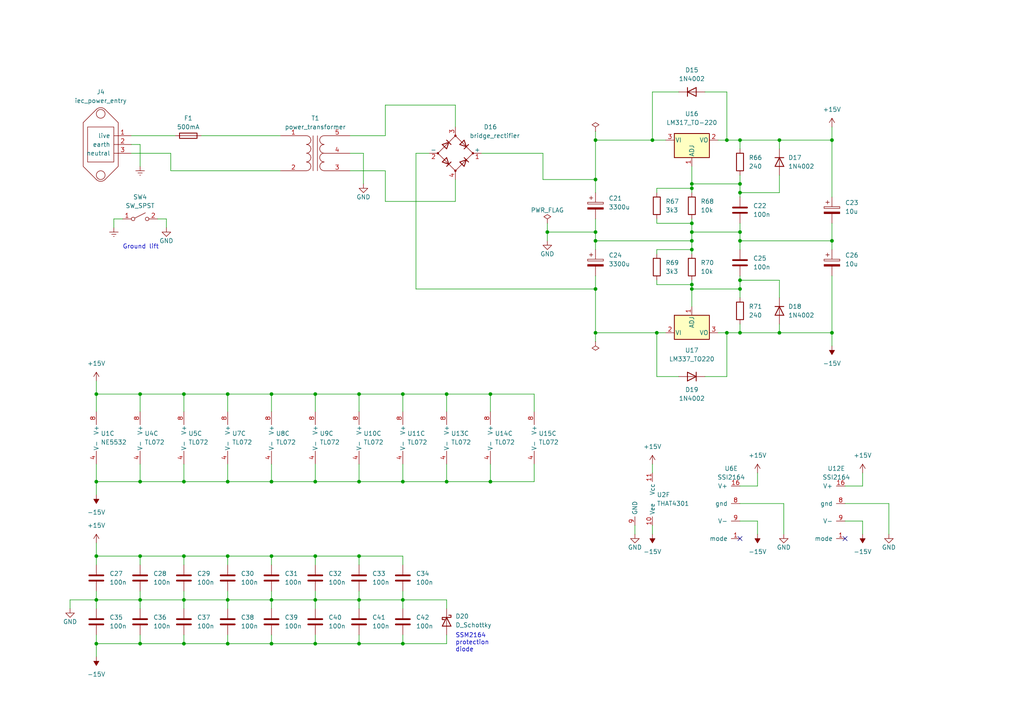
<source format=kicad_sch>
(kicad_sch (version 20211123) (generator eeschema)
  (paper "A4")
  (title_block (title "Wiggly EQ") (date "2022-08-01") (rev "0") (comment 2 "creativecommons.org/licenses/by/4.0") (comment 3 "License: CC by 4.0") (comment 4 "Author: Jordan Aceto"))
  (lib_symbols
    (symbol "Amplifier_Operational:NE5532" (pin_names (offset 0.127))
      (property "Reference" "U" (at 0 5.08 0))
      (property "Value" "NE5532" (at 0 -5.08 0))
      (symbol "NE5532_1_1"
        (polyline (pts (xy -5.08 5.08) (xy 5.08 0) (xy -5.08 -5.08) (xy -5.08 5.08)) (stroke (width 0.254)) (fill (type background)))
        (pin output line (at 7.62 0 180) (length 2.54) (name "~") (number "1"))
        (pin input line (at -7.62 -2.54 0) (length 2.54) (name "-") (number "2"))
        (pin input line (at -7.62 2.54 0) (length 2.54) (name "+") (number "3"))
      )
      (symbol "NE5532_2_1"
        (polyline (pts (xy -5.08 5.08) (xy 5.08 0) (xy -5.08 -5.08) (xy -5.08 5.08)) (stroke (width 0.254)) (fill (type background)))
        (pin input line (at -7.62 2.54 0) (length 2.54) (name "+") (number "5"))
        (pin input line (at -7.62 -2.54 0) (length 2.54) (name "-") (number "6"))
        (pin output line (at 7.62 0 180) (length 2.54) (name "~") (number "7"))
      )
      (symbol "NE5532_3_1"
        (pin power_in line (at -2.54 -7.62 90) (length 3.81) (name "V-") (number "4"))
        (pin power_in line (at -2.54 7.62 270) (length 3.81) (name "V+") (number "8"))
      )
    )
    (symbol "Amplifier_Operational:TL072" (pin_names (offset 0.127))
      (property "Reference" "U" (at 0 5.08 0))
      (property "Value" "TL072" (at 0 -5.08 0))
      (symbol "TL072_1_1"
        (polyline (pts (xy -5.08 5.08) (xy 5.08 0) (xy -5.08 -5.08) (xy -5.08 5.08)) (stroke (width 0.254)) (fill (type background)))
        (pin output line (at 7.62 0 180) (length 2.54) (name "~") (number "1"))
        (pin input line (at -7.62 -2.54 0) (length 2.54) (name "-") (number "2"))
        (pin input line (at -7.62 2.54 0) (length 2.54) (name "+") (number "3"))
      )
      (symbol "TL072_2_1"
        (polyline (pts (xy -5.08 5.08) (xy 5.08 0) (xy -5.08 -5.08) (xy -5.08 5.08)) (stroke (width 0.254)) (fill (type background)))
        (pin input line (at -7.62 2.54 0) (length 2.54) (name "+") (number "5"))
        (pin input line (at -7.62 -2.54 0) (length 2.54) (name "-") (number "6"))
        (pin output line (at 7.62 0 180) (length 2.54) (name "~") (number "7"))
      )
      (symbol "TL072_3_1"
        (pin power_in line (at -2.54 -7.62 90) (length 3.81) (name "V-") (number "4"))
        (pin power_in line (at -2.54 7.62 270) (length 3.81) (name "V+") (number "8"))
      )
    )
    (symbol "Device:C" (pin_numbers hide) (pin_names (offset 0.254))
      (property "Reference" "C" (at 0.635 2.54 0))
      (property "Value" "C" (at 0.635 -2.54 0))
      (symbol "C_0_1"
        (polyline (pts (xy -2.032 -0.762) (xy 2.032 -0.762)) (stroke (width 0.508)))
        (polyline (pts (xy -2.032 0.762) (xy 2.032 0.762)) (stroke (width 0.508)))
      )
      (symbol "C_1_1"
        (pin passive line (at 0 3.81 270) (length 2.794) (name "~") (number "1"))
        (pin passive line (at 0 -3.81 90) (length 2.794) (name "~") (number "2"))
      )
    )
    (symbol "Device:C_Polarized" (pin_numbers hide) (pin_names (offset 0.254))
      (property "Reference" "C" (at 0.635 2.54 0))
      (property "Value" "C_Polarized" (at 0.635 -2.54 0))
      (symbol "C_Polarized_0_1"
        (rectangle (start -2.286 0.508) (end 2.286 1.016))
        (polyline (pts (xy -1.778 2.286) (xy -0.762 2.286)))
        (polyline (pts (xy -1.27 2.794) (xy -1.27 1.778)))
        (rectangle (start 2.286 -0.508) (end -2.286 -1.016) (fill (type outline)))
      )
      (symbol "C_Polarized_1_1"
        (pin passive line (at 0 3.81 270) (length 2.794) (name "~") (number "1"))
        (pin passive line (at 0 -3.81 90) (length 2.794) (name "~") (number "2"))
      )
    )
    (symbol "Device:D_Bridge_+-AA" (pin_names (offset 0))
      (property "Reference" "D" (at 2.54 6.985 0))
      (property "Value" "D_Bridge_+-AA" (at 2.54 5.08 0))
      (symbol "D_Bridge_+-AA_0_1"
        (circle (center -5.08 0) (radius 0.254) (fill (type outline)))
        (circle (center 0 -5.08) (radius 0.254) (fill (type outline)))
        (polyline (pts (xy -2.54 3.81) (xy -1.27 2.54)) (stroke (width 0.254)))
        (polyline (pts (xy -1.27 -2.54) (xy -2.54 -3.81)) (stroke (width 0.254)))
        (polyline (pts (xy 2.54 -1.27) (xy 3.81 -2.54)) (stroke (width 0.254)))
        (polyline (pts (xy 2.54 1.27) (xy 3.81 2.54)) (stroke (width 0.254)))
        (polyline (pts (xy -3.81 2.54) (xy -2.54 1.27) (xy -1.905 3.175) (xy -3.81 2.54)) (stroke (width 0.254)))
        (polyline (pts (xy -2.54 -1.27) (xy -3.81 -2.54) (xy -1.905 -3.175) (xy -2.54 -1.27)) (stroke (width 0.254)))
        (polyline (pts (xy 1.27 2.54) (xy 2.54 3.81) (xy 3.175 1.905) (xy 1.27 2.54)) (stroke (width 0.254)))
        (polyline (pts (xy 3.175 -1.905) (xy 1.27 -2.54) (xy 2.54 -3.81) (xy 3.175 -1.905)) (stroke (width 0.254)))
        (polyline (pts (xy -5.08 0) (xy 0 -5.08) (xy 5.08 0) (xy 0 5.08) (xy -5.08 0)))
        (circle (center 0 5.08) (radius 0.254) (fill (type outline)))
        (circle (center 5.08 0) (radius 0.254) (fill (type outline)))
      )
      (symbol "D_Bridge_+-AA_1_1"
        (pin passive line (at 7.62 0 180) (length 2.54) (name "+") (number "1"))
        (pin passive line (at -7.62 0 0) (length 2.54) (name "-") (number "2"))
        (pin passive line (at 0 7.62 270) (length 2.54) (name "~") (number "3"))
        (pin passive line (at 0 -7.62 90) (length 2.54) (name "~") (number "4"))
      )
    )
    (symbol "Device:D_Schottky" (pin_numbers hide) (pin_names (offset 1.016) hide)
      (property "Reference" "D" (at 0 2.54 0))
      (property "Value" "D_Schottky" (at 0 -2.54 0))
      (symbol "D_Schottky_0_1"
        (polyline (pts (xy 1.27 0) (xy -1.27 0)))
        (polyline (pts (xy 1.27 1.27) (xy 1.27 -1.27) (xy -1.27 0) (xy 1.27 1.27)) (stroke (width 0.254)))
        (polyline (pts (xy -1.905 0.635) (xy -1.905 1.27) (xy -1.27 1.27) (xy -1.27 -1.27) (xy -0.635 -1.27) (xy -0.635 -0.635)) (stroke (width 0.254)))
      )
      (symbol "D_Schottky_1_1"
        (pin passive line (at -3.81 0 0) (length 2.54) (name "K") (number "1"))
        (pin passive line (at 3.81 0 180) (length 2.54) (name "A") (number "2"))
      )
    )
    (symbol "Device:Fuse" (pin_numbers hide) (pin_names (offset 0))
      (property "Reference" "F" (at 2.032 0 90))
      (property "Value" "Fuse" (at -1.905 0 90))
      (symbol "Fuse_0_1"
        (rectangle (start -0.762 -2.54) (end 0.762 2.54) (stroke (width 0.254)))
        (polyline (pts (xy 0 2.54) (xy 0 -2.54)))
      )
      (symbol "Fuse_1_1"
        (pin passive line (at 0 3.81 270) (length 1.27) (name "~") (number "1"))
        (pin passive line (at 0 -3.81 90) (length 1.27) (name "~") (number "2"))
      )
    )
    (symbol "Device:R" (pin_numbers hide) (pin_names (offset 0))
      (property "Reference" "R" (at 2.032 0 90))
      (property "Value" "R" (at 0 0 90))
      (symbol "R_0_1"
        (rectangle (start -1.016 -2.54) (end 1.016 2.54) (stroke (width 0.254)))
      )
      (symbol "R_1_1"
        (pin passive line (at 0 3.81 270) (length 1.27) (name "~") (number "1"))
        (pin passive line (at 0 -3.81 90) (length 1.27) (name "~") (number "2"))
      )
    )
    (symbol "Device:Transformer_1P_SS" (pin_names (offset 1.016) hide)
      (property "Reference" "T" (at 0 6.35 0))
      (property "Value" "Transformer_1P_SS" (at 0 -7.62 0))
      (symbol "Transformer_1P_SS_0_1"
        (arc (start -2.54 -5.0546) (mid -1.6599 -4.6901) (end -1.27 -3.81))
        (arc (start -2.54 -2.5146) (mid -1.6599 -2.1501) (end -1.27 -1.27))
        (arc (start -2.54 0.0254) (mid -1.6599 0.3899) (end -1.27 1.27))
        (arc (start -2.54 2.5654) (mid -1.6599 2.9299) (end -1.27 3.81))
        (arc (start -1.27 -3.81) (mid -1.642 -2.912) (end -2.54 -2.54))
        (arc (start -1.27 -1.27) (mid -1.642 -0.372) (end -2.54 0))
        (arc (start -1.27 1.27) (mid -1.642 2.168) (end -2.54 2.54))
        (arc (start -1.27 3.81) (mid -1.642 4.708) (end -2.54 5.08))
        (polyline (pts (xy -0.635 5.08) (xy -0.635 -5.08)))
        (polyline (pts (xy 0.635 -5.08) (xy 0.635 5.08)))
        (arc (start 1.2954 -1.27) (mid 1.6599 -2.1501) (end 2.54 -2.5146))
        (arc (start 1.2954 1.27) (mid 1.6599 0.3899) (end 2.54 0.0254))
        (arc (start 1.2954 3.81) (mid 1.6599 2.9299) (end 2.54 2.5654))
        (arc (start 1.3208 -3.81) (mid 1.6853 -4.6901) (end 2.5654 -5.0546))
        (arc (start 2.54 0) (mid 1.642 -0.372) (end 1.2954 -1.27))
        (arc (start 2.54 2.54) (mid 1.642 2.168) (end 1.2954 1.27))
        (arc (start 2.54 5.08) (mid 1.642 4.708) (end 1.2954 3.81))
        (arc (start 2.5654 -2.54) (mid 1.6674 -2.912) (end 1.3208 -3.81))
      )
      (symbol "Transformer_1P_SS_1_1"
        (pin passive line (at -10.16 5.08 0) (length 7.62) (name "AA") (number "1"))
        (pin passive line (at -10.16 -5.08 0) (length 7.62) (name "AB") (number "2"))
        (pin passive line (at 10.16 -5.08 180) (length 7.62) (name "SA") (number "3"))
        (pin passive line (at 10.16 0 180) (length 7.62) (name "SC") (number "4"))
        (pin passive line (at 10.16 5.08 180) (length 7.62) (name "SB") (number "5"))
      )
    )
    (symbol "Diode:1N4002" (pin_numbers hide) (pin_names (offset 1.016) hide)
      (property "Reference" "D" (at 0 2.54 0))
      (property "Value" "1N4002" (at 0 -2.54 0))
      (symbol "1N4002_0_1"
        (polyline (pts (xy -1.27 1.27) (xy -1.27 -1.27)) (stroke (width 0.254)))
        (polyline (pts (xy 1.27 0) (xy -1.27 0)))
        (polyline (pts (xy 1.27 1.27) (xy 1.27 -1.27) (xy -1.27 0) (xy 1.27 1.27)) (stroke (width 0.254)))
      )
      (symbol "1N4002_1_1"
        (pin passive line (at -3.81 0 0) (length 2.54) (name "K") (number "1"))
        (pin passive line (at 3.81 0 180) (length 2.54) (name "A") (number "2"))
      )
    )
    (symbol "Regulator_Linear:LM317_TO-220" (pin_names (offset 0.254))
      (property "Reference" "U" (at -3.81 3.175 0))
      (property "Value" "LM317_TO-220" (at 0 3.175 0))
      (symbol "LM317_TO-220_0_1"
        (rectangle (start -5.08 1.905) (end 5.08 -5.08) (stroke (width 0.254)) (fill (type background)))
      )
      (symbol "LM317_TO-220_1_1"
        (pin input line (at 0 -7.62 90) (length 2.54) (name "ADJ") (number "1"))
        (pin power_out line (at 7.62 0 180) (length 2.54) (name "VO") (number "2"))
        (pin power_in line (at -7.62 0 0) (length 2.54) (name "VI") (number "3"))
      )
    )
    (symbol "Regulator_Linear:LM337_TO220" (pin_names (offset 0.254))
      (property "Reference" "U" (at -3.81 -3.175 0))
      (property "Value" "LM337_TO220" (at 0 -3.175 0))
      (symbol "LM337_TO220_0_1"
        (rectangle (start -5.08 5.08) (end 5.08 -1.905) (stroke (width 0.254)) (fill (type background)))
      )
      (symbol "LM337_TO220_1_1"
        (pin input line (at 0 7.62 270) (length 2.54) (name "ADJ") (number "1"))
        (pin power_in line (at -7.62 0 0) (length 2.54) (name "VI") (number "2"))
        (pin power_out line (at 7.62 0 180) (length 2.54) (name "VO") (number "3"))
      )
    )
    (symbol "Switch:SW_SPST" (pin_names (offset 0) hide)
      (property "Reference" "SW" (at 0 3.175 0))
      (property "Value" "SW_SPST" (at 0 -2.54 0))
      (symbol "SW_SPST_0_0"
        (circle (center -2.032 0) (radius 0.508))
        (polyline (pts (xy -1.524 0.254) (xy 1.524 1.778)))
        (circle (center 2.032 0) (radius 0.508))
      )
      (symbol "SW_SPST_1_1"
        (pin passive line (at -5.08 0 0) (length 2.54) (name "A") (number "1"))
        (pin passive line (at 5.08 0 180) (length 2.54) (name "B") (number "2"))
      )
    )
    (symbol "custom_components:SSI2164" (pin_names (offset 1.016))
      (property "Reference" "U6" (at 0 10.16 0))
      (property "Value" "SSI2164" (at 0 7.62 0))
      (symbol "SSI2164_1_1"
        (rectangle (start -5.08 5.08) (end 5.08 -5.08) (fill (type background)))
        (polyline (pts (xy 5.08 5.08) (xy -5.08 -5.08)))
        (polyline (pts (xy 5.08 5.08) (xy 10.16 0) (xy 5.08 -5.08) (xy -5.08 5.08)) (fill (type background)))
        (pin input line (at -7.62 0 0) (length 2.54) (name "~") (number "2"))
        (pin input line (at 0 -7.62 90) (length 2.54) (name "~") (number "3"))
        (pin output line (at 12.7 0 180) (length 2.54) (name "~") (number "4"))
      )
      (symbol "SSI2164_2_1"
        (rectangle (start -5.08 5.08) (end 5.08 -5.08) (fill (type background)))
        (polyline (pts (xy 5.08 5.08) (xy -5.08 -5.08)))
        (polyline (pts (xy 5.08 5.08) (xy 10.16 0) (xy 5.08 -5.08) (xy -5.08 5.08)) (fill (type background)))
        (pin output line (at 12.7 0 180) (length 2.54) (name "~") (number "5"))
        (pin input line (at 0 -7.62 90) (length 2.54) (name "~") (number "6"))
        (pin input line (at -7.62 0 0) (length 2.54) (name "~") (number "7"))
      )
      (symbol "SSI2164_3_1"
        (rectangle (start -5.08 5.08) (end 5.08 -5.08) (fill (type background)))
        (polyline (pts (xy 5.08 5.08) (xy -5.08 -5.08)))
        (polyline (pts (xy 5.08 5.08) (xy 10.16 0) (xy 5.08 -5.08) (xy -5.08 5.08)) (fill (type background)))
        (pin input line (at -7.62 0 0) (length 2.54) (name "~") (number "10"))
        (pin input line (at 0 -7.62 90) (length 2.54) (name "~") (number "11"))
        (pin output line (at 12.7 0 180) (length 2.54) (name "~") (number "12"))
      )
      (symbol "SSI2164_4_1"
        (rectangle (start -5.08 5.08) (end 5.08 -5.08) (fill (type background)))
        (polyline (pts (xy 5.08 5.08) (xy -5.08 -5.08)))
        (polyline (pts (xy 5.08 5.08) (xy 10.16 0) (xy 5.08 -5.08) (xy -5.08 5.08)) (fill (type background)))
        (pin output line (at 12.7 0 180) (length 2.54) (name "~") (number "13"))
        (pin input line (at 0 -7.62 90) (length 2.54) (name "~") (number "14"))
        (pin input line (at -7.62 0 0) (length 2.54) (name "~") (number "15"))
      )
      (symbol "SSI2164_5_1"
        (pin input line (at 2.54 -10.16 180) (length 2.54) (name "mode") (number "1"))
        (pin power_in line (at 2.54 5.08 180) (length 2.54) (name "V+") (number "16"))
        (pin power_in line (at 2.54 0 180) (length 2.54) (name "gnd") (number "8"))
        (pin power_in line (at 2.54 -5.08 180) (length 2.54) (name "V-") (number "9"))
      )
    )
    (symbol "custom_components:THAT4301"
      (property "Reference" "U" (at -5.08 10.16 0))
      (property "Value" "THAT4301" (at -8.89 7.62 0))
      (symbol "THAT4301_1_1"
        (polyline (pts (xy -5.08 -5.08) (xy 5.08 0) (xy -5.08 5.08) (xy -5.08 -5.08)) (stroke (width 0.254)) (fill (type background)))
        (text "OA1" (at -1.27 0 0) (effects (font (size 1.27 1.27))))
        (pin output line (at 7.62 0 180) (length 2.54) (name "~") (number "18"))
        (pin input line (at -7.62 2.54 0) (length 2.54) (name "-") (number "19"))
        (pin input line (at -7.62 -2.54 0) (length 2.54) (name "+") (number "20"))
      )
      (symbol "THAT4301_2_1"
        (polyline (pts (xy -5.08 -5.08) (xy 5.08 0) (xy -5.08 5.08) (xy -5.08 -5.08)) (stroke (width 0.254)) (fill (type background)))
        (text "OA2" (at -1.27 0 0) (effects (font (size 1.27 1.27))))
        (pin input line (at -7.62 2.54 0) (length 2.54) (name "-") (number "6"))
        (pin output line (at 7.62 0 180) (length 2.54) (name "~") (number "7"))
        (pin input line (at -7.62 -2.54 0) (length 2.54) (name "+") (number "8"))
      )
      (symbol "THAT4301_3_1"
        (polyline (pts (xy -8.89 -4.445) (xy -6.35 -4.445)))
        (polyline (pts (xy -7.874 -5.588) (xy -7.366 -5.588)))
        (polyline (pts (xy -7.62 -5.715) (xy -7.62 -5.715)))
        (polyline (pts (xy -7.62 -5.715) (xy -7.62 -5.715)))
        (polyline (pts (xy -6.985 -5.08) (xy -8.255 -5.08)))
        (polyline (pts (xy -3.81 -2.54) (xy -3.81 -1.27)))
        (polyline (pts (xy -3.175 -1.905) (xy -4.445 -1.905)))
        (polyline (pts (xy -8.128 -5.08) (xy -8.382 -5.08) (xy -6.858 -5.08)))
        (polyline (pts (xy -5.08 -1.905) (xy -7.62 -1.905) (xy -7.62 -4.445)))
        (polyline (pts (xy -5.08 -5.08) (xy 5.08 0) (xy -5.08 5.08) (xy -5.08 -5.08)) (stroke (width 0.254)) (fill (type background)))
        (text "OA3" (at -1.27 0 0) (effects (font (size 1.27 1.27))))
        (pin output line (at 7.62 0 180) (length 2.54) (name "~") (number "12"))
        (pin bidirectional line (at -7.62 2.54 0) (length 2.54) (name "-") (number "13"))
      )
      (symbol "THAT4301_4_1"
        (rectangle (start 10.16 -5.08) (end -8.89 5.08) (stroke (width 0.254)) (fill (type background)))
        (rectangle (start 55.88 25.4) (end 55.88 25.4))
        (rectangle (start 55.88 25.4) (end 55.88 25.4))
        (rectangle (start 55.88 25.4) (end 55.88 25.4))
        (text "VCA" (at 0 0 0) (effects (font (size 1.27 1.27))))
        (pin bidirectional line (at 12.7 0 180) (length 2.54) (name "OUT") (number "13"))
        (pin input line (at 3.81 7.62 270) (length 2.54) (name "SYM") (number "14"))
        (pin input line (at 3.81 -7.62 90) (length 2.54) (name "EC+") (number "15"))
        (pin input line (at -3.81 -7.62 90) (length 2.54) (name "EC-") (number "16"))
        (pin input line (at -11.43 0 0) (length 2.54) (name "IN") (number "17"))
      )
      (symbol "THAT4301_5_1"
        (rectangle (start 10.16 -5.08) (end -8.89 5.08) (stroke (width 0.254)) (fill (type background)))
        (text "RMS" (at 0 0 0) (effects (font (size 1.27 1.27))))
        (pin input line (at -11.43 0 0) (length 2.54) (name "IN") (number "1"))
        (pin input line (at -3.81 -7.62 90) (length 2.54) (name "IT") (number "2"))
        (pin output line (at 12.7 0 180) (length 2.54) (name "OUT") (number "4"))
        (pin input line (at 3.81 -7.62 90) (length 2.54) (name "CT") (number "5"))
      )
      (symbol "THAT4301_6_1"
        (pin power_in line (at 2.54 -7.62 90) (length 2.54) (name "Vee") (number "10"))
        (pin power_in line (at 2.54 7.62 270) (length 2.54) (name "Vcc") (number "11"))
        (pin power_in line (at -2.54 -7.62 90) (length 2.54) (name "GND") (number "9"))
      )
    )
    (symbol "custom_components:iec_power_entry" (pin_names (offset 1.016))
      (property "Reference" "J3" (at 0 15.24 90))
      (property "Value" "iec_power_entry" (at 0 12.7 90))
      (symbol "iec_power_entry_0_1"
        (arc (start -10.16 1.27) (mid -10.6861 0) (end -10.16 -1.27))
        (circle (center -8.89 0) (radius 1.27))
        (polyline (pts (xy -6.35 -5.08) (xy -10.16 -1.27)))
        (polyline (pts (xy -6.35 5.08) (xy -10.16 1.27)))
        (polyline (pts (xy -6.35 -5.08) (xy 6.35 -5.08) (xy 10.16 -1.27)))
        (polyline (pts (xy -6.35 5.08) (xy 6.35 5.08) (xy 10.16 1.27)))
        (rectangle (start 5.08 3.81) (end -5.08 -3.81))
        (circle (center 8.89 0) (radius 1.27))
        (arc (start 10.16 -1.27) (mid 10.6861 0) (end 10.16 1.27))
      )
      (symbol "iec_power_entry_1_1"
        (pin power_out line (at -2.54 -8.89 90) (length 5.08) (name "live") (number "1"))
        (pin power_out line (at 0 -8.89 90) (length 5.08) (name "earth") (number "2"))
        (pin power_out line (at 2.54 -8.89 90) (length 5.08) (name "neutral") (number "3"))
      )
    )
    (symbol "power:+15V" (power) (pin_names (offset 0))
      (property "Value" "+15V" (at 0 3.556 0))
      (symbol "+15V_0_1"
        (polyline (pts (xy -0.762 1.27) (xy 0 2.54)))
        (polyline (pts (xy 0 0) (xy 0 2.54)))
        (polyline (pts (xy 0 2.54) (xy 0.762 1.27)))
      )
      (symbol "+15V_1_1"
        (pin power_in line (at 0 0 90) (length 0) hide (name "+15V") (number "1"))
      )
    )
    (symbol "power:-15V" (power) (pin_names (offset 0))
      (property "Value" "-15V" (at 0 3.81 0))
      (symbol "-15V_0_0"
        (pin power_in line (at 0 0 90) (length 0) hide (name "-15V") (number "1"))
      )
      (symbol "-15V_0_1"
        (polyline (pts (xy 0 0) (xy 0 1.27) (xy 0.762 1.27) (xy 0 2.54) (xy -0.762 1.27) (xy 0 1.27)) (fill (type outline)))
      )
    )
    (symbol "power:Earth" (power) (pin_names (offset 0))
      (symbol "Earth_0_1"
        (polyline (pts (xy -0.635 -1.905) (xy 0.635 -1.905)))
        (polyline (pts (xy -0.127 -2.54) (xy 0.127 -2.54)))
        (polyline (pts (xy 0 -1.27) (xy 0 0)))
        (polyline (pts (xy 1.27 -1.27) (xy -1.27 -1.27)))
      )
      (symbol "Earth_1_1"
        (pin power_in line (at 0 0 270) (length 0) hide (name "Earth") (number "1"))
      )
    )
    (symbol "power:GND" (power) (pin_names (offset 0))
      (property "Value" "GND" (at 0 -3.81 0))
      (symbol "GND_0_1"
        (polyline (pts (xy 0 0) (xy 0 -1.27) (xy 1.27 -1.27) (xy 0 -2.54) (xy -1.27 -1.27) (xy 0 -1.27)))
      )
      (symbol "GND_1_1"
        (pin power_in line (at 0 0 270) (length 0) hide (name "GND") (number "1"))
      )
    )
    (symbol "power:PWR_FLAG" (power) (pin_numbers hide) (pin_names (offset 0) hide)
      (property "Value" "PWR_FLAG" (at 0 3.81 0))
      (symbol "PWR_FLAG_0_0"
        (pin power_out line (at 0 0 90) (length 0) (name "pwr") (number "1"))
      )
      (symbol "PWR_FLAG_0_1"
        (polyline (pts (xy 0 0) (xy 0 1.27) (xy -1.016 1.905) (xy 0 2.54) (xy 1.016 1.905) (xy 0 1.27)))
      )
    )
  )
  (junction (at 104.14 173.99))
  (junction (at 66.04 114.3))
  (junction (at 200.66 82.55))
  (junction (at 27.94 161.29))
  (junction (at 27.94 186.69))
  (junction (at 104.14 186.69))
  (junction (at 172.72 67.31))
  (junction (at 200.66 72.39))
  (junction (at 214.63 81.28))
  (junction (at 27.94 114.3))
  (junction (at 214.63 40.64))
  (junction (at 91.44 139.7))
  (junction (at 200.66 83.82))
  (junction (at 210.82 96.52))
  (junction (at 104.14 139.7))
  (junction (at 226.06 96.52))
  (junction (at 40.64 139.7))
  (junction (at 53.34 114.3))
  (junction (at 53.34 173.99))
  (junction (at 129.54 114.3))
  (junction (at 78.74 114.3))
  (junction (at 40.64 114.3))
  (junction (at 116.84 186.69))
  (junction (at 104.14 114.3))
  (junction (at 91.44 186.69))
  (junction (at 172.72 69.85))
  (junction (at 214.63 55.88))
  (junction (at 91.44 114.3))
  (junction (at 78.74 173.99))
  (junction (at 172.72 40.64))
  (junction (at 129.54 139.7))
  (junction (at 91.44 173.99))
  (junction (at 40.64 161.29))
  (junction (at 91.44 161.29))
  (junction (at 172.72 96.52))
  (junction (at 142.24 114.3))
  (junction (at 78.74 161.29))
  (junction (at 116.84 173.99))
  (junction (at 189.23 40.64))
  (junction (at 142.24 139.7))
  (junction (at 241.3 40.64))
  (junction (at 66.04 173.99))
  (junction (at 214.63 53.34))
  (junction (at 200.66 69.85))
  (junction (at 104.14 161.29))
  (junction (at 66.04 186.69))
  (junction (at 53.34 186.69))
  (junction (at 158.75 67.31))
  (junction (at 226.06 40.64))
  (junction (at 241.3 96.52))
  (junction (at 116.84 114.3))
  (junction (at 210.82 40.64))
  (junction (at 172.72 52.07))
  (junction (at 200.66 53.34))
  (junction (at 200.66 67.31))
  (junction (at 214.63 96.52))
  (junction (at 241.3 69.85))
  (junction (at 27.94 139.7))
  (junction (at 116.84 139.7))
  (junction (at 40.64 173.99))
  (junction (at 200.66 54.61))
  (junction (at 27.94 173.99))
  (junction (at 66.04 139.7))
  (junction (at 53.34 161.29))
  (junction (at 66.04 161.29))
  (junction (at 172.72 83.82))
  (junction (at 214.63 69.85))
  (junction (at 214.63 67.31))
  (junction (at 190.5 96.52))
  (junction (at 200.66 64.77))
  (junction (at 78.74 139.7))
  (junction (at 40.64 186.69))
  (junction (at 78.74 186.69))
  (junction (at 214.63 83.82))
  (junction (at 53.34 139.7))
  (no_connect (at 214.63 156.21))
  (no_connect (at 245.11 156.21))
  (wire (pts (xy 172.72 99.06) (xy 172.72 96.52)))
  (wire (pts (xy 40.64 173.99) (xy 27.94 173.99)))
  (wire (pts (xy 116.84 114.3) (xy 104.14 114.3)))
  (wire (pts (xy 111.76 30.48) (xy 111.76 39.37)))
  (wire (pts (xy 48.26 66.04) (xy 48.26 63.5)))
  (wire (pts (xy 196.85 109.22) (xy 190.5 109.22)))
  (wire (pts (xy 66.04 186.69) (xy 66.04 184.15)))
  (wire (pts (xy 142.24 139.7) (xy 142.24 134.62)))
  (wire (pts (xy 200.66 64.77) (xy 190.5 64.77)))
  (wire (pts (xy 78.74 161.29) (xy 66.04 161.29)))
  (wire (pts (xy 40.64 173.99) (xy 40.64 176.53)))
  (wire (pts (xy 91.44 161.29) (xy 78.74 161.29)))
  (wire (pts (xy 111.76 58.42) (xy 132.08 58.42)))
  (wire (pts (xy 214.63 40.64) (xy 214.63 43.18)))
  (wire (pts (xy 104.14 173.99) (xy 91.44 173.99)))
  (wire (pts (xy 190.5 96.52) (xy 193.04 96.52)))
  (wire (pts (xy 172.72 67.31) (xy 172.72 69.85)))
  (wire (pts (xy 66.04 139.7) (xy 66.04 134.62)))
  (wire (pts (xy 226.06 55.88) (xy 226.06 50.8)))
  (wire (pts (xy 116.84 114.3) (xy 116.84 119.38)))
  (wire (pts (xy 154.94 114.3) (xy 154.94 119.38)))
  (wire (pts (xy 172.72 38.1) (xy 172.72 40.64)))
  (wire (pts (xy 27.94 114.3) (xy 27.94 119.38)))
  (wire (pts (xy 91.44 139.7) (xy 78.74 139.7)))
  (wire (pts (xy 132.08 58.42) (xy 132.08 52.07)))
  (wire (pts (xy 27.94 173.99) (xy 27.94 176.53)))
  (wire (pts (xy 27.94 134.62) (xy 27.94 139.7)))
  (wire (pts (xy 27.94 139.7) (xy 27.94 143.51)))
  (wire (pts (xy 27.94 186.69) (xy 27.94 190.5)))
  (wire (pts (xy 91.44 114.3) (xy 78.74 114.3)))
  (wire (pts (xy 78.74 173.99) (xy 66.04 173.99)))
  (wire (pts (xy 33.02 63.5) (xy 35.56 63.5)))
  (wire (pts (xy 154.94 139.7) (xy 154.94 134.62)))
  (wire (pts (xy 250.19 137.16) (xy 250.19 140.97)))
  (wire (pts (xy 172.72 40.64) (xy 189.23 40.64)))
  (wire (pts (xy 53.34 186.69) (xy 53.34 184.15)))
  (wire (pts (xy 66.04 173.99) (xy 66.04 176.53)))
  (wire (pts (xy 157.48 52.07) (xy 172.72 52.07)))
  (wire (pts (xy 214.63 50.8) (xy 214.63 53.34)))
  (wire (pts (xy 189.23 26.67) (xy 196.85 26.67)))
  (wire (pts (xy 257.81 146.05) (xy 257.81 154.94)))
  (wire (pts (xy 129.54 186.69) (xy 116.84 186.69)))
  (wire (pts (xy 48.26 63.5) (xy 45.72 63.5)))
  (wire (pts (xy 200.66 83.82) (xy 200.66 88.9)))
  (wire (pts (xy 200.66 69.85) (xy 200.66 72.39)))
  (wire (pts (xy 78.74 171.45) (xy 78.74 173.99)))
  (wire (pts (xy 40.64 48.26) (xy 40.64 41.91)))
  (wire (pts (xy 27.94 184.15) (xy 27.94 186.69)))
  (wire (pts (xy 214.63 81.28) (xy 226.06 81.28)))
  (wire (pts (xy 200.66 53.34) (xy 214.63 53.34)))
  (wire (pts (xy 210.82 26.67) (xy 204.47 26.67)))
  (wire (pts (xy 172.72 52.07) (xy 172.72 40.64)))
  (wire (pts (xy 40.64 114.3) (xy 53.34 114.3)))
  (wire (pts (xy 129.54 119.38) (xy 129.54 114.3)))
  (wire (pts (xy 20.32 173.99) (xy 27.94 173.99)))
  (wire (pts (xy 40.64 161.29) (xy 27.94 161.29)))
  (wire (pts (xy 214.63 80.01) (xy 214.63 81.28)))
  (wire (pts (xy 104.14 114.3) (xy 91.44 114.3)))
  (wire (pts (xy 116.84 139.7) (xy 116.84 134.62)))
  (wire (pts (xy 78.74 186.69) (xy 91.44 186.69)))
  (wire (pts (xy 104.14 161.29) (xy 91.44 161.29)))
  (wire (pts (xy 40.64 139.7) (xy 53.34 139.7)))
  (wire (pts (xy 111.76 39.37) (xy 101.6 39.37)))
  (wire (pts (xy 78.74 114.3) (xy 78.74 119.38)))
  (wire (pts (xy 53.34 161.29) (xy 53.34 163.83)))
  (wire (pts (xy 189.23 40.64) (xy 189.23 26.67)))
  (wire (pts (xy 189.23 152.4) (xy 189.23 154.94)))
  (wire (pts (xy 27.94 110.49) (xy 27.94 114.3)))
  (wire (pts (xy 40.64 114.3) (xy 27.94 114.3)))
  (wire (pts (xy 91.44 186.69) (xy 91.44 184.15)))
  (wire (pts (xy 190.5 82.55) (xy 190.5 81.28)))
  (wire (pts (xy 91.44 173.99) (xy 91.44 176.53)))
  (wire (pts (xy 104.14 139.7) (xy 104.14 134.62)))
  (wire (pts (xy 116.84 139.7) (xy 129.54 139.7)))
  (wire (pts (xy 66.04 186.69) (xy 78.74 186.69)))
  (wire (pts (xy 78.74 186.69) (xy 78.74 184.15)))
  (wire (pts (xy 27.94 186.69) (xy 40.64 186.69)))
  (wire (pts (xy 172.72 83.82) (xy 172.72 80.01)))
  (wire (pts (xy 214.63 64.77) (xy 214.63 67.31)))
  (wire (pts (xy 91.44 173.99) (xy 78.74 173.99)))
  (wire (pts (xy 200.66 53.34) (xy 200.66 54.61)))
  (wire (pts (xy 104.14 186.69) (xy 116.84 186.69)))
  (wire (pts (xy 214.63 96.52) (xy 214.63 93.98)))
  (wire (pts (xy 91.44 139.7) (xy 104.14 139.7)))
  (wire (pts (xy 104.14 186.69) (xy 104.14 184.15)))
  (wire (pts (xy 53.34 139.7) (xy 53.34 134.62)))
  (wire (pts (xy 214.63 53.34) (xy 214.63 55.88)))
  (wire (pts (xy 78.74 134.62) (xy 78.74 139.7)))
  (wire (pts (xy 129.54 139.7) (xy 129.54 134.62)))
  (wire (pts (xy 172.72 96.52) (xy 190.5 96.52)))
  (wire (pts (xy 226.06 93.98) (xy 226.06 96.52)))
  (wire (pts (xy 53.34 186.69) (xy 66.04 186.69)))
  (wire (pts (xy 91.44 114.3) (xy 91.44 119.38)))
  (wire (pts (xy 190.5 55.88) (xy 190.5 54.61)))
  (wire (pts (xy 66.04 114.3) (xy 66.04 119.38)))
  (wire (pts (xy 40.64 171.45) (xy 40.64 173.99)))
  (wire (pts (xy 40.64 139.7) (xy 40.64 134.62)))
  (wire (pts (xy 81.28 49.53) (xy 49.53 49.53)))
  (wire (pts (xy 38.1 44.45) (xy 49.53 44.45)))
  (wire (pts (xy 226.06 81.28) (xy 226.06 86.36)))
  (wire (pts (xy 214.63 55.88) (xy 214.63 57.15)))
  (wire (pts (xy 66.04 173.99) (xy 53.34 173.99)))
  (wire (pts (xy 66.04 114.3) (xy 53.34 114.3)))
  (wire (pts (xy 200.66 67.31) (xy 214.63 67.31)))
  (wire (pts (xy 116.84 171.45) (xy 116.84 173.99)))
  (wire (pts (xy 104.14 139.7) (xy 116.84 139.7)))
  (wire (pts (xy 120.65 44.45) (xy 124.46 44.45)))
  (wire (pts (xy 53.34 173.99) (xy 40.64 173.99)))
  (wire (pts (xy 214.63 140.97) (xy 219.71 140.97)))
  (wire (pts (xy 241.3 57.15) (xy 241.3 40.64)))
  (wire (pts (xy 226.06 96.52) (xy 241.3 96.52)))
  (wire (pts (xy 214.63 96.52) (xy 226.06 96.52)))
  (wire (pts (xy 91.44 171.45) (xy 91.44 173.99)))
  (wire (pts (xy 190.5 109.22) (xy 190.5 96.52)))
  (wire (pts (xy 91.44 186.69) (xy 104.14 186.69)))
  (wire (pts (xy 105.41 53.34) (xy 105.41 44.45)))
  (wire (pts (xy 214.63 55.88) (xy 226.06 55.88)))
  (wire (pts (xy 129.54 184.15) (xy 129.54 186.69)))
  (wire (pts (xy 116.84 161.29) (xy 104.14 161.29)))
  (wire (pts (xy 27.94 161.29) (xy 27.94 163.83)))
  (wire (pts (xy 190.5 72.39) (xy 200.66 72.39)))
  (wire (pts (xy 111.76 49.53) (xy 111.76 58.42)))
  (wire (pts (xy 40.64 161.29) (xy 40.64 163.83)))
  (wire (pts (xy 208.28 96.52) (xy 210.82 96.52)))
  (wire (pts (xy 158.75 67.31) (xy 172.72 67.31)))
  (wire (pts (xy 40.64 114.3) (xy 40.64 119.38)))
  (wire (pts (xy 53.34 161.29) (xy 40.64 161.29)))
  (wire (pts (xy 172.72 69.85) (xy 172.72 72.39)))
  (wire (pts (xy 184.15 154.94) (xy 184.15 152.4)))
  (wire (pts (xy 66.04 171.45) (xy 66.04 173.99)))
  (wire (pts (xy 241.3 96.52) (xy 241.3 80.01)))
  (wire (pts (xy 129.54 114.3) (xy 142.24 114.3)))
  (wire (pts (xy 172.72 55.88) (xy 172.72 52.07)))
  (wire (pts (xy 210.82 96.52) (xy 214.63 96.52)))
  (wire (pts (xy 200.66 48.26) (xy 200.66 53.34)))
  (wire (pts (xy 241.3 36.83) (xy 241.3 40.64)))
  (wire (pts (xy 214.63 40.64) (xy 226.06 40.64)))
  (wire (pts (xy 158.75 69.85) (xy 158.75 67.31)))
  (wire (pts (xy 53.34 114.3) (xy 53.34 119.38)))
  (wire (pts (xy 104.14 173.99) (xy 104.14 176.53)))
  (wire (pts (xy 214.63 69.85) (xy 214.63 72.39)))
  (wire (pts (xy 20.32 176.53) (xy 20.32 173.99)))
  (wire (pts (xy 200.66 82.55) (xy 200.66 83.82)))
  (wire (pts (xy 200.66 54.61) (xy 200.66 55.88)))
  (wire (pts (xy 190.5 73.66) (xy 190.5 72.39)))
  (wire (pts (xy 91.44 139.7) (xy 91.44 134.62)))
  (wire (pts (xy 120.65 83.82) (xy 120.65 44.45)))
  (wire (pts (xy 189.23 134.62) (xy 189.23 137.16)))
  (wire (pts (xy 214.63 83.82) (xy 214.63 86.36)))
  (wire (pts (xy 142.24 114.3) (xy 154.94 114.3)))
  (wire (pts (xy 101.6 49.53) (xy 111.76 49.53)))
  (wire (pts (xy 132.08 36.83) (xy 132.08 30.48)))
  (wire (pts (xy 129.54 139.7) (xy 142.24 139.7)))
  (wire (pts (xy 245.11 140.97) (xy 250.19 140.97)))
  (wire (pts (xy 241.3 96.52) (xy 241.3 100.33)))
  (wire (pts (xy 226.06 40.64) (xy 241.3 40.64)))
  (wire (pts (xy 142.24 114.3) (xy 142.24 119.38)))
  (wire (pts (xy 210.82 40.64) (xy 210.82 26.67)))
  (wire (pts (xy 210.82 109.22) (xy 210.82 96.52)))
  (wire (pts (xy 27.94 171.45) (xy 27.94 173.99)))
  (wire (pts (xy 219.71 137.16) (xy 219.71 140.97)))
  (wire (pts (xy 66.04 139.7) (xy 53.34 139.7)))
  (wire (pts (xy 104.14 171.45) (xy 104.14 173.99)))
  (wire (pts (xy 214.63 81.28) (xy 214.63 83.82)))
  (wire (pts (xy 204.47 109.22) (xy 210.82 109.22)))
  (wire (pts (xy 142.24 139.7) (xy 154.94 139.7)))
  (wire (pts (xy 172.72 83.82) (xy 172.72 96.52)))
  (wire (pts (xy 214.63 69.85) (xy 241.3 69.85)))
  (wire (pts (xy 40.64 186.69) (xy 53.34 186.69)))
  (wire (pts (xy 105.41 44.45) (xy 101.6 44.45)))
  (wire (pts (xy 241.3 69.85) (xy 241.3 72.39)))
  (wire (pts (xy 172.72 69.85) (xy 200.66 69.85)))
  (wire (pts (xy 226.06 43.18) (xy 226.06 40.64)))
  (wire (pts (xy 219.71 151.13) (xy 219.71 154.94)))
  (wire (pts (xy 38.1 39.37) (xy 50.8 39.37)))
  (wire (pts (xy 158.75 64.77) (xy 158.75 67.31)))
  (wire (pts (xy 157.48 44.45) (xy 157.48 52.07)))
  (wire (pts (xy 214.63 67.31) (xy 214.63 69.85)))
  (wire (pts (xy 49.53 49.53) (xy 49.53 44.45)))
  (wire (pts (xy 190.5 54.61) (xy 200.66 54.61)))
  (wire (pts (xy 200.66 81.28) (xy 200.66 82.55)))
  (wire (pts (xy 200.66 67.31) (xy 200.66 69.85)))
  (wire (pts (xy 116.84 186.69) (xy 116.84 184.15)))
  (wire (pts (xy 66.04 161.29) (xy 66.04 163.83)))
  (wire (pts (xy 40.64 186.69) (xy 40.64 184.15)))
  (wire (pts (xy 120.65 83.82) (xy 172.72 83.82)))
  (wire (pts (xy 190.5 64.77) (xy 190.5 63.5)))
  (wire (pts (xy 78.74 139.7) (xy 66.04 139.7)))
  (wire (pts (xy 245.11 151.13) (xy 250.19 151.13)))
  (wire (pts (xy 66.04 161.29) (xy 53.34 161.29)))
  (wire (pts (xy 200.66 83.82) (xy 214.63 83.82)))
  (wire (pts (xy 200.66 64.77) (xy 200.66 67.31)))
  (wire (pts (xy 200.66 72.39) (xy 200.66 73.66)))
  (wire (pts (xy 116.84 114.3) (xy 129.54 114.3)))
  (wire (pts (xy 129.54 176.53) (xy 129.54 173.99)))
  (wire (pts (xy 200.66 82.55) (xy 190.5 82.55)))
  (wire (pts (xy 257.81 146.05) (xy 245.11 146.05)))
  (wire (pts (xy 104.14 114.3) (xy 104.14 119.38)))
  (wire (pts (xy 104.14 161.29) (xy 104.14 163.83)))
  (wire (pts (xy 193.04 40.64) (xy 189.23 40.64)))
  (wire (pts (xy 227.33 146.05) (xy 214.63 146.05)))
  (wire (pts (xy 91.44 161.29) (xy 91.44 163.83)))
  (wire (pts (xy 78.74 173.99) (xy 78.74 176.53)))
  (wire (pts (xy 40.64 41.91) (xy 38.1 41.91)))
  (wire (pts (xy 27.94 157.48) (xy 27.94 161.29)))
  (wire (pts (xy 200.66 63.5) (xy 200.66 64.77)))
  (wire (pts (xy 53.34 171.45) (xy 53.34 173.99)))
  (wire (pts (xy 210.82 40.64) (xy 208.28 40.64)))
  (wire (pts (xy 172.72 63.5) (xy 172.72 67.31)))
  (wire (pts (xy 40.64 139.7) (xy 27.94 139.7)))
  (wire (pts (xy 78.74 114.3) (xy 66.04 114.3)))
  (wire (pts (xy 132.08 30.48) (xy 111.76 30.48)))
  (wire (pts (xy 250.19 151.13) (xy 250.19 154.94)))
  (wire (pts (xy 33.02 66.04) (xy 33.02 63.5)))
  (wire (pts (xy 214.63 151.13) (xy 219.71 151.13)))
  (wire (pts (xy 214.63 40.64) (xy 210.82 40.64)))
  (wire (pts (xy 116.84 173.99) (xy 104.14 173.99)))
  (wire (pts (xy 139.7 44.45) (xy 157.48 44.45)))
  (wire (pts (xy 227.33 146.05) (xy 227.33 154.94)))
  (wire (pts (xy 129.54 173.99) (xy 116.84 173.99)))
  (wire (pts (xy 241.3 64.77) (xy 241.3 69.85)))
  (wire (pts (xy 58.42 39.37) (xy 81.28 39.37)))
  (wire (pts (xy 116.84 176.53) (xy 116.84 173.99)))
  (wire (pts (xy 116.84 163.83) (xy 116.84 161.29)))
  (wire (pts (xy 78.74 161.29) (xy 78.74 163.83)))
  (wire (pts (xy 53.34 173.99) (xy 53.34 176.53)))
  (text "Ground lift" (at 35.56 72.39 0) (effects (font (size 1.27 1.27)) (justify left bottom)))
  (text "SSM2164\nprotection\ndiode" (at 132.08 189.23 0) (effects (font (size 1.27 1.27)) (justify left bottom)))
  (symbol (lib_id "Device:C_Polarized") (at 172.72 76.2 0) (unit 1)
    (property "Reference" "C24" (at 176.53 74.0409 0) (effects (justify left)))
    (property "Value" "3300u" (at 176.53 76.5809 0) (effects (justify left)))
  )
  (symbol (lib_id "power:+15V") (at 189.23 134.62 0) (unit 1)
    (property "Reference" "#PWR055" (effects hide))
    (property "Value" "+15V" (at 189.23 129.54 0))
  )
  (symbol (lib_id "Amplifier_Operational:TL072") (at 106.68 127 0) (unit 3)
    (property "Reference" "U10" (at 105.41 125.7299 0) (effects (justify left)))
    (property "Value" "TL072" (at 105.41 128.2699 0) (effects (justify left)))
    (property "Footprint" "Package_DIP:DIP-8_W7.62mm" (effects hide))
    (property "Datasheet" "http://www.ti.com/lit/ds/symlink/tl071.pdf" (effects hide))
  )
  (symbol (lib_id "power:-15V") (at 27.94 190.5 180) (unit 1)
    (property "Reference" "#PWR067" (effects hide))
    (property "Value" "-15V" (at 27.94 195.58 0))
  )
  (symbol (lib_id "Amplifier_Operational:NE5532") (at 30.48 127 0) (unit 3)
    (property "Reference" "U1" (at 29.21 125.7299 0) (effects (justify left)))
    (property "Value" "NE5532" (at 29.21 128.2699 0) (effects (justify left)))
    (property "Footprint" "Package_DIP:DIP-8_W7.62mm" (effects hide))
    (property "Datasheet" "http://www.ti.com/lit/ds/symlink/ne5532.pdf" (effects hide))
  )
  (symbol (lib_id "Amplifier_Operational:TL072") (at 119.38 127 0) (unit 3)
    (property "Reference" "U11" (at 118.11 125.7299 0) (effects (justify left)))
    (property "Value" "TL072" (at 118.11 128.2699 0) (effects (justify left)))
    (property "Footprint" "Package_DIP:DIP-8_W7.62mm" (effects hide))
    (property "Datasheet" "http://www.ti.com/lit/ds/symlink/tl071.pdf" (effects hide))
  )
  (symbol (lib_id "Device:C") (at 116.84 180.34 0) (unit 1)
    (property "Reference" "C42" (at 120.65 179.0699 0) (effects (justify left)))
    (property "Value" "100n" (at 120.65 181.6099 0) (effects (justify left)))
  )
  (symbol (lib_id "power:GND") (at 257.81 154.94 0) (unit 1)
    (property "Reference" "#PWR064" (effects hide))
    (property "Value" "GND" (at 257.81 158.75 0))
  )
  (symbol (lib_id "Device:C") (at 53.34 167.64 0) (unit 1)
    (property "Reference" "C29" (at 57.15 166.3699 0) (effects (justify left)))
    (property "Value" "100n" (at 57.15 168.9099 0) (effects (justify left)))
  )
  (symbol (lib_id "Device:C") (at 91.44 180.34 0) (unit 1)
    (property "Reference" "C40" (at 95.25 179.0699 0) (effects (justify left)))
    (property "Value" "100n" (at 95.25 181.6099 0) (effects (justify left)))
  )
  (symbol (lib_id "Amplifier_Operational:TL072") (at 81.28 127 0) (unit 3)
    (property "Reference" "U8" (at 80.01 125.7299 0) (effects (justify left)))
    (property "Value" "TL072" (at 80.01 128.2699 0) (effects (justify left)))
    (property "Footprint" "Package_DIP:DIP-8_W7.62mm" (effects hide))
    (property "Datasheet" "http://www.ti.com/lit/ds/symlink/tl071.pdf" (effects hide))
  )
  (symbol (lib_id "custom_components:THAT4301") (at 186.69 144.78 0) (unit 6)
    (property "Reference" "U2" (at 190.5 143.5099 0) (effects (justify left)))
    (property "Value" "THAT4301" (at 190.5 146.0499 0) (effects (justify left)))
    (property "Footprint" "Package_DIP:DIP-20_W7.62mm" (effects hide))
  )
  (symbol (lib_id "Device:C") (at 104.14 167.64 0) (unit 1)
    (property "Reference" "C33" (at 107.95 166.3699 0) (effects (justify left)))
    (property "Value" "100n" (at 107.95 168.9099 0) (effects (justify left)))
  )
  (symbol (lib_id "power:+15V") (at 219.71 137.16 0) (unit 1)
    (property "Reference" "#PWR056" (effects hide))
    (property "Value" "+15V" (at 219.71 132.08 0))
  )
  (symbol (lib_id "power:+15V") (at 250.19 137.16 0) (unit 1)
    (property "Reference" "#PWR057" (effects hide))
    (property "Value" "+15V" (at 250.19 132.08 0))
  )
  (symbol (lib_id "Device:R") (at 190.5 59.69 0) (unit 1)
    (property "Reference" "R67" (at 193.04 58.4199 0) (effects (justify left)))
    (property "Value" "3k3" (at 193.04 60.9599 0) (effects (justify left)))
  )
  (symbol (lib_id "Device:R") (at 214.63 46.99 0) (unit 1)
    (property "Reference" "R66" (at 217.17 45.7199 0) (effects (justify left)))
    (property "Value" "240" (at 217.17 48.2599 0) (effects (justify left)))
  )
  (symbol (lib_id "Device:C") (at 116.84 167.64 0) (unit 1)
    (property "Reference" "C34" (at 120.65 166.3699 0) (effects (justify left)))
    (property "Value" "100n" (at 120.65 168.9099 0) (effects (justify left)))
  )
  (symbol (lib_id "Device:C") (at 214.63 76.2 0) (unit 1)
    (property "Reference" "C25" (at 218.44 74.9299 0) (effects (justify left)))
    (property "Value" "100n" (at 218.44 77.4699 0) (effects (justify left)))
  )
  (symbol (lib_id "custom_components:SSI2164") (at 212.09 146.05 0) (unit 5)
    (property "Reference" "U6" (at 212.09 135.89 0))
    (property "Value" "SSI2164" (at 212.09 138.43 0))
    (property "Footprint" "Package_DIP:DIP-16_W7.62mm" (effects hide))
    (property "Datasheet" "https://www.soundsemiconductor.com/downloads/ssi2164datasheet.pdf" (effects hide))
  )
  (symbol (lib_id "Device:C") (at 40.64 167.64 0) (unit 1)
    (property "Reference" "C28" (at 44.45 166.3699 0) (effects (justify left)))
    (property "Value" "100n" (at 44.45 168.9099 0) (effects (justify left)))
  )
  (symbol (lib_id "Device:C") (at 40.64 180.34 0) (unit 1)
    (property "Reference" "C36" (at 44.45 179.0699 0) (effects (justify left)))
    (property "Value" "100n" (at 44.45 181.6099 0) (effects (justify left)))
  )
  (symbol (lib_id "power:-15V") (at 27.94 143.51 180) (unit 1)
    (property "Reference" "#PWR058" (effects hide))
    (property "Value" "-15V" (at 27.94 148.59 0))
  )
  (symbol (lib_id "power:-15V") (at 189.23 154.94 180) (unit 1)
    (property "Reference" "#PWR060" (effects hide))
    (property "Value" "-15V" (at 189.23 160.02 0))
  )
  (symbol (lib_id "power:PWR_FLAG") (at 172.72 38.1 0) (unit 1)
    (property "Reference" "#FLG01" (effects hide))
    (property "Value" "PWR_FLAG" (effects hide))
  )
  (symbol (lib_id "power:-15V") (at 219.71 154.94 180) (unit 1)
    (property "Reference" "#PWR061" (effects hide))
    (property "Value" "-15V" (at 219.71 160.02 0))
  )
  (symbol (lib_id "power:PWR_FLAG") (at 172.72 99.06 180) (unit 1)
    (property "Reference" "#FLG03" (effects hide))
    (property "Value" "PWR_FLAG" (effects hide))
  )
  (symbol (lib_id "Device:D_Bridge_+-AA") (at 132.08 44.45 0) (unit 1)
    (property "Reference" "D16" (at 142.24 36.83 0))
    (property "Value" "bridge_rectifier" (at 143.51 39.37 0))
  )
  (symbol (lib_id "Device:C_Polarized") (at 172.72 59.69 0) (unit 1)
    (property "Reference" "C21" (at 176.53 57.5309 0) (effects (justify left)))
    (property "Value" "3300u" (at 176.53 60.0709 0) (effects (justify left)))
  )
  (symbol (lib_id "Device:R") (at 214.63 90.17 0) (unit 1)
    (property "Reference" "R71" (at 217.17 88.8999 0) (effects (justify left)))
    (property "Value" "240" (at 217.17 91.4399 0) (effects (justify left)))
  )
  (symbol (lib_id "Device:C") (at 66.04 167.64 0) (unit 1)
    (property "Reference" "C30" (at 69.85 166.3699 0) (effects (justify left)))
    (property "Value" "100n" (at 69.85 168.9099 0) (effects (justify left)))
  )
  (symbol (lib_id "power:GND") (at 20.32 176.53 0) (unit 1)
    (property "Reference" "#PWR066" (effects hide))
    (property "Value" "GND" (at 20.32 180.34 0))
  )
  (symbol (lib_id "Device:C") (at 27.94 180.34 0) (unit 1)
    (property "Reference" "C35" (at 31.75 179.0699 0) (effects (justify left)))
    (property "Value" "100n" (at 31.75 181.6099 0) (effects (justify left)))
  )
  (symbol (lib_id "power:Earth") (at 33.02 66.04 0) (unit 1)
    (property "Reference" "#PWR092" (effects hide))
    (property "Value" "Earth" (effects hide))
  )
  (symbol (lib_id "Device:R") (at 200.66 59.69 0) (unit 1)
    (property "Reference" "R68" (at 203.2 58.4199 0) (effects (justify left)))
    (property "Value" "10k" (at 203.2 60.9599 0) (effects (justify left)))
  )
  (symbol (lib_id "Device:C") (at 214.63 60.96 0) (unit 1)
    (property "Reference" "C22" (at 218.44 59.6899 0) (effects (justify left)))
    (property "Value" "100n" (at 218.44 62.2299 0) (effects (justify left)))
  )
  (symbol (lib_id "Device:C_Polarized") (at 241.3 76.2 0) (unit 1)
    (property "Reference" "C26" (at 245.11 74.0409 0) (effects (justify left)))
    (property "Value" "10u" (at 245.11 76.5809 0) (effects (justify left)))
  )
  (symbol (lib_id "power:+15V") (at 241.3 36.83 0) (unit 1)
    (property "Reference" "#PWR049" (effects hide))
    (property "Value" "+15V" (at 241.3 31.75 0))
  )
  (symbol (lib_id "Diode:1N4002") (at 226.06 46.99 270) (unit 1)
    (property "Reference" "D17" (at 228.6 45.7199 90) (effects (justify left)))
    (property "Value" "1N4002" (at 228.6 48.2599 90) (effects (justify left)))
    (property "Footprint" "Diode_THT:D_DO-41_SOD81_P10.16mm_Horizontal" (effects hide))
    (property "Datasheet" "http://www.vishay.com/docs/88503/1n4001.pdf" (effects hide))
  )
  (symbol (lib_id "Device:C") (at 78.74 180.34 0) (unit 1)
    (property "Reference" "C39" (at 82.55 179.0699 0) (effects (justify left)))
    (property "Value" "100n" (at 82.55 181.6099 0) (effects (justify left)))
  )
  (symbol (lib_id "Device:C") (at 53.34 180.34 0) (unit 1)
    (property "Reference" "C37" (at 57.15 179.0699 0) (effects (justify left)))
    (property "Value" "100n" (at 57.15 181.6099 0) (effects (justify left)))
  )
  (symbol (lib_id "Device:Transformer_1P_SS") (at 91.44 44.45 0) (unit 1)
    (property "Reference" "T1" (at 91.4527 34.29 0))
    (property "Value" "power_transformer" (at 91.4527 36.83 0))
  )
  (symbol (lib_id "Device:Fuse") (at 54.61 39.37 90) (unit 1)
    (property "Reference" "F1" (at 54.61 34.29 90))
    (property "Value" "500mA" (at 54.61 36.83 90))
  )
  (symbol (lib_id "power:-15V") (at 250.19 154.94 180) (unit 1)
    (property "Reference" "#PWR063" (effects hide))
    (property "Value" "-15V" (at 250.19 160.02 0))
  )
  (symbol (lib_id "Device:D_Schottky") (at 129.54 180.34 270) (unit 1)
    (property "Reference" "D20" (at 132.08 178.7524 90) (effects (justify left)))
    (property "Value" "D_Schottky" (at 132.08 181.2924 90) (effects (justify left)))
  )
  (symbol (lib_id "Device:R") (at 190.5 77.47 0) (unit 1)
    (property "Reference" "R69" (at 193.04 76.1999 0) (effects (justify left)))
    (property "Value" "3k3" (at 193.04 78.7399 0) (effects (justify left)))
  )
  (symbol (lib_id "Regulator_Linear:LM317_TO-220") (at 200.66 40.64 0) (unit 1)
    (property "Reference" "U16" (at 200.66 33.02 0))
    (property "Value" "LM317_TO-220" (at 200.66 35.56 0))
    (property "Footprint" "Package_TO_SOT_THT:TO-220F-3_Horizontal_TabDown" (effects hide))
    (property "Datasheet" "http://www.ti.com/lit/ds/symlink/lm317.pdf" (effects hide))
  )
  (symbol (lib_id "power:+15V") (at 27.94 157.48 0) (unit 1)
    (property "Reference" "#PWR065" (effects hide))
    (property "Value" "+15V" (at 27.94 152.4 0))
  )
  (symbol (lib_id "Device:C") (at 78.74 167.64 0) (unit 1)
    (property "Reference" "C31" (at 82.55 166.3699 0) (effects (justify left)))
    (property "Value" "100n" (at 82.55 168.9099 0) (effects (justify left)))
  )
  (symbol (lib_id "power:Earth") (at 40.64 48.26 0) (unit 1)
    (property "Reference" "#PWR050" (effects hide))
    (property "Value" "Earth" (effects hide))
  )
  (symbol (lib_id "Amplifier_Operational:TL072") (at 68.58 127 0) (unit 3)
    (property "Reference" "U7" (at 67.31 125.7299 0) (effects (justify left)))
    (property "Value" "TL072" (at 67.31 128.2699 0) (effects (justify left)))
    (property "Footprint" "Package_DIP:DIP-8_W7.62mm" (effects hide))
    (property "Datasheet" "http://www.ti.com/lit/ds/symlink/tl071.pdf" (effects hide))
  )
  (symbol (lib_id "power:-15V") (at 241.3 100.33 180) (unit 1)
    (property "Reference" "#PWR053" (effects hide))
    (property "Value" "-15V" (at 241.3 105.41 0))
  )
  (symbol (lib_id "power:GND") (at 184.15 154.94 0) (unit 1)
    (property "Reference" "#PWR059" (effects hide))
    (property "Value" "GND" (at 184.15 158.75 0))
  )
  (symbol (lib_id "custom_components:iec_power_entry") (at 29.21 41.91 90) (mirror x) (unit 1)
    (property "Reference" "J4" (at 29.21 26.67 90))
    (property "Value" "iec_power_entry" (at 29.21 29.21 90))
  )
  (symbol (lib_id "Device:R") (at 200.66 77.47 0) (unit 1)
    (property "Reference" "R70" (at 203.2 76.1999 0) (effects (justify left)))
    (property "Value" "10k" (at 203.2 78.7399 0) (effects (justify left)))
  )
  (symbol (lib_id "Amplifier_Operational:TL072") (at 43.18 127 0) (unit 3)
    (property "Reference" "U4" (at 41.91 125.7299 0) (effects (justify left)))
    (property "Value" "TL072" (at 41.91 128.2699 0) (effects (justify left)))
    (property "Footprint" "Package_DIP:DIP-8_W7.62mm" (effects hide))
    (property "Datasheet" "http://www.ti.com/lit/ds/symlink/tl071.pdf" (effects hide))
  )
  (symbol (lib_id "power:+15V") (at 27.94 110.49 0) (unit 1)
    (property "Reference" "#PWR054" (effects hide))
    (property "Value" "+15V" (at 27.94 105.41 0))
  )
  (symbol (lib_id "Diode:1N4002") (at 226.06 90.17 270) (unit 1)
    (property "Reference" "D18" (at 228.6 88.8999 90) (effects (justify left)))
    (property "Value" "1N4002" (at 228.6 91.44 90) (effects (justify left)))
    (property "Footprint" "Diode_THT:D_DO-41_SOD81_P10.16mm_Horizontal" (effects hide))
    (property "Datasheet" "http://www.vishay.com/docs/88503/1n4001.pdf" (effects hide))
  )
  (symbol (lib_id "Amplifier_Operational:TL072") (at 144.78 127 0) (unit 3)
    (property "Reference" "U14" (at 143.51 125.7299 0) (effects (justify left)))
    (property "Value" "TL072" (at 143.51 128.2699 0) (effects (justify left)))
    (property "Footprint" "Package_DIP:DIP-8_W7.62mm" (effects hide))
    (property "Datasheet" "http://www.ti.com/lit/ds/symlink/tl071.pdf" (effects hide))
  )
  (symbol (lib_id "power:PWR_FLAG") (at 158.75 64.77 0) (unit 1)
    (property "Reference" "#FLG02" (effects hide))
    (property "Value" "PWR_FLAG" (at 158.75 60.96 0))
  )
  (symbol (lib_id "Amplifier_Operational:TL072") (at 93.98 127 0) (unit 3)
    (property "Reference" "U9" (at 92.71 125.7299 0) (effects (justify left)))
    (property "Value" "TL072" (at 92.71 128.2699 0) (effects (justify left)))
    (property "Footprint" "Package_DIP:DIP-8_W7.62mm" (effects hide))
    (property "Datasheet" "http://www.ti.com/lit/ds/symlink/tl071.pdf" (effects hide))
  )
  (symbol (lib_id "power:GND") (at 158.75 69.85 0) (unit 1)
    (property "Reference" "#PWR052" (effects hide))
    (property "Value" "GND" (at 158.75 73.66 0))
  )
  (symbol (lib_id "Regulator_Linear:LM337_TO220") (at 200.66 96.52 0) (unit 1)
    (property "Reference" "U17" (at 200.66 101.6 0))
    (property "Value" "LM337_TO220" (at 200.66 104.14 0))
    (property "Footprint" "Package_TO_SOT_THT:TO-220F-3_Horizontal_TabDown" (effects hide))
    (property "Datasheet" "http://www.ti.com/lit/ds/symlink/lm337-n.pdf" (effects hide))
  )
  (symbol (lib_id "Amplifier_Operational:TL072") (at 55.88 127 0) (unit 3)
    (property "Reference" "U5" (at 54.61 125.7299 0) (effects (justify left)))
    (property "Value" "TL072" (at 54.61 128.2699 0) (effects (justify left)))
    (property "Footprint" "Package_DIP:DIP-8_W7.62mm" (effects hide))
    (property "Datasheet" "http://www.ti.com/lit/ds/symlink/tl071.pdf" (effects hide))
  )
  (symbol (lib_id "Amplifier_Operational:TL072") (at 132.08 127 0) (unit 3)
    (property "Reference" "U13" (at 130.81 125.7299 0) (effects (justify left)))
    (property "Value" "TL072" (at 130.81 128.2699 0) (effects (justify left)))
    (property "Footprint" "Package_DIP:DIP-8_W7.62mm" (effects hide))
    (property "Datasheet" "http://www.ti.com/lit/ds/symlink/tl071.pdf" (effects hide))
  )
  (symbol (lib_id "Device:C") (at 104.14 180.34 0) (unit 1)
    (property "Reference" "C41" (at 107.95 179.0699 0) (effects (justify left)))
    (property "Value" "100n" (at 107.95 181.6099 0) (effects (justify left)))
  )
  (symbol (lib_id "power:GND") (at 48.26 66.04 0) (unit 1)
    (property "Reference" "#PWR093" (effects hide))
    (property "Value" "GND" (at 48.26 69.85 0))
  )
  (symbol (lib_id "Device:C_Polarized") (at 241.3 60.96 0) (unit 1)
    (property "Reference" "C23" (at 245.11 58.8009 0) (effects (justify left)))
    (property "Value" "10u" (at 245.11 61.3409 0) (effects (justify left)))
  )
  (symbol (lib_id "Diode:1N4002") (at 200.66 26.67 0) (unit 1)
    (property "Reference" "D15" (at 200.66 20.32 0))
    (property "Value" "1N4002" (at 200.66 22.86 0))
    (property "Footprint" "Diode_THT:D_DO-41_SOD81_P10.16mm_Horizontal" (effects hide))
    (property "Datasheet" "http://www.vishay.com/docs/88503/1n4001.pdf" (effects hide))
  )
  (symbol (lib_id "Device:C") (at 27.94 167.64 0) (unit 1)
    (property "Reference" "C27" (at 31.75 166.3699 0) (effects (justify left)))
    (property "Value" "100n" (at 31.75 168.9099 0) (effects (justify left)))
  )
  (symbol (lib_id "Amplifier_Operational:TL072") (at 157.48 127 0) (unit 3)
    (property "Reference" "U15" (at 156.21 125.7299 0) (effects (justify left)))
    (property "Value" "TL072" (at 156.21 128.2699 0) (effects (justify left)))
    (property "Footprint" "Package_DIP:DIP-8_W7.62mm" (effects hide))
    (property "Datasheet" "http://www.ti.com/lit/ds/symlink/tl071.pdf" (effects hide))
  )
  (symbol (lib_id "power:GND") (at 227.33 154.94 0) (unit 1)
    (property "Reference" "#PWR062" (effects hide))
    (property "Value" "GND" (at 227.33 158.75 0))
  )
  (symbol (lib_id "Switch:SW_SPST") (at 40.64 63.5 0) (unit 1)
    (property "Reference" "SW4" (at 40.64 57.15 0))
    (property "Value" "SW_SPST" (at 40.64 59.69 0))
  )
  (symbol (lib_id "Device:C") (at 91.44 167.64 0) (unit 1)
    (property "Reference" "C32" (at 95.25 166.3699 0) (effects (justify left)))
    (property "Value" "100n" (at 95.25 168.9099 0) (effects (justify left)))
  )
  (symbol (lib_id "custom_components:SSI2164") (at 242.57 146.05 0) (unit 5)
    (property "Reference" "U12" (at 242.57 135.89 0))
    (property "Value" "SSI2164" (at 242.57 138.43 0))
    (property "Footprint" "Package_DIP:DIP-16_W7.62mm" (effects hide))
    (property "Datasheet" "https://www.soundsemiconductor.com/downloads/ssi2164datasheet.pdf" (effects hide))
  )
  (symbol (lib_id "Device:C") (at 66.04 180.34 0) (unit 1)
    (property "Reference" "C38" (at 69.85 179.0699 0) (effects (justify left)))
    (property "Value" "100n" (at 69.85 181.6099 0) (effects (justify left)))
  )
  (symbol (lib_id "Diode:1N4002") (at 200.66 109.22 180) (unit 1)
    (property "Reference" "D19" (at 200.66 113.03 0))
    (property "Value" "1N4002" (at 200.66 115.57 0))
    (property "Footprint" "Diode_THT:D_DO-41_SOD81_P10.16mm_Horizontal" (effects hide))
    (property "Datasheet" "http://www.vishay.com/docs/88503/1n4001.pdf" (effects hide))
  )
  (symbol (lib_id "power:GND") (at 105.41 53.34 0) (unit 1)
    (property "Reference" "#PWR051" (effects hide))
    (property "Value" "GND" (at 105.41 57.15 0))
  )
)
</source>
